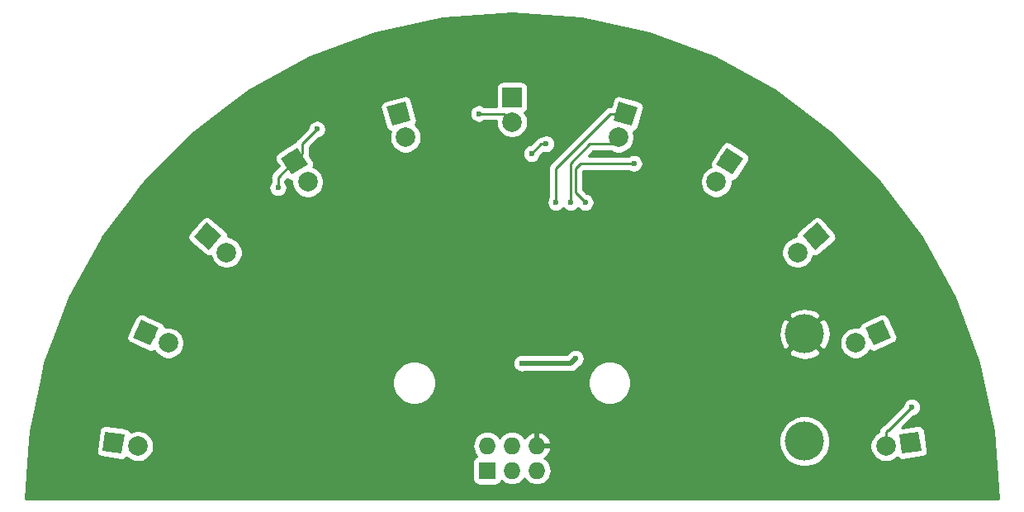
<source format=gbr>
G04 #@! TF.GenerationSoftware,KiCad,Pcbnew,5.0.0-rc2-dev-unknown*
G04 #@! TF.CreationDate,2018-06-18T21:32:58+02:00*
G04 #@! TF.ProjectId,thermometer-bausatz,746865726D6F6D657465722D62617573,rev?*
G04 #@! TF.SameCoordinates,PX3938700PY9896800*
G04 #@! TF.FileFunction,Copper,L1,Top,Signal*
G04 #@! TF.FilePolarity,Positive*
%FSLAX46Y46*%
G04 Gerber Fmt 4.6, Leading zero omitted, Abs format (unit mm)*
G04 Created by KiCad (PCBNEW 5.0.0-rc2-dev-unknown) date Mon Jun 18 21:32:58 2018*
%MOMM*%
%LPD*%
G01*
G04 APERTURE LIST*
%ADD10C,2.000000*%
%ADD11C,0.100000*%
%ADD12R,2.000000X2.000000*%
%ADD13C,4.000500*%
%ADD14R,1.727200X1.727200*%
%ADD15O,1.727200X1.727200*%
%ADD16C,0.600000*%
%ADD17C,0.500000*%
%ADD18C,0.250000*%
%ADD19C,0.254000*%
G04 APERTURE END LIST*
D10*
X9150000Y5870000D03*
D11*
G36*
X9997147Y4737595D02*
X8017595Y5022853D01*
X8302853Y7002405D01*
X10282405Y6717147D01*
X9997147Y4737595D01*
X9997147Y4737595D01*
G37*
D10*
X11664032Y5507723D03*
X18810000Y27030000D03*
D11*
G36*
X18908651Y25619231D02*
X17399231Y26931349D01*
X18711349Y28440769D01*
X20220769Y27128651D01*
X18908651Y25619231D01*
X18908651Y25619231D01*
G37*
D10*
X20726962Y25363610D03*
X27690000Y34720000D03*
D11*
G36*
X27388730Y33338249D02*
X26308249Y35021270D01*
X27991270Y36101751D01*
X29071751Y34418730D01*
X27388730Y33338249D01*
X27388730Y33338249D01*
G37*
D10*
X29062210Y32582563D03*
X38370000Y39600000D03*
D11*
G36*
X37690861Y38359528D02*
X37129528Y40279139D01*
X39049139Y40840472D01*
X39610472Y38920861D01*
X37690861Y38359528D01*
X37690861Y38359528D01*
G37*
D10*
X39082893Y37162096D03*
D12*
X50000000Y41270000D03*
D10*
X50000000Y38730000D03*
X61630000Y39600000D03*
D11*
G36*
X60388345Y38923027D02*
X60953027Y40841655D01*
X62871655Y40276973D01*
X62306973Y38358345D01*
X60388345Y38923027D01*
X60388345Y38923027D01*
G37*
D10*
X60912853Y37163343D03*
X72310000Y34720000D03*
D11*
G36*
X70927725Y34421142D02*
X72011142Y36102275D01*
X73692275Y35018858D01*
X72608858Y33337725D01*
X70927725Y34421142D01*
X70927725Y34421142D01*
G37*
D10*
X70934061Y32584961D03*
X81190000Y27030000D03*
D11*
G36*
X79779406Y27131113D02*
X81291113Y28440594D01*
X82600594Y26928887D01*
X81088887Y25619406D01*
X79779406Y27131113D01*
X79779406Y27131113D01*
G37*
D10*
X79270132Y25366958D03*
X87540000Y17140000D03*
D11*
G36*
X86215345Y17635268D02*
X88035268Y18464655D01*
X88864655Y16644732D01*
X87044732Y15815345D01*
X86215345Y17635268D01*
X86215345Y17635268D01*
G37*
D10*
X85228698Y16086679D03*
X90850000Y5870000D03*
D11*
G36*
X89719075Y6719122D02*
X91699122Y7000925D01*
X91980925Y5020878D01*
X90000878Y4739075D01*
X89719075Y6719122D01*
X89719075Y6719122D01*
G37*
D10*
X88335340Y5512111D03*
D13*
X80000000Y6000000D03*
X80000000Y17000000D03*
D14*
X47460000Y3000000D03*
D15*
X47460000Y5540000D03*
X50000000Y3000000D03*
X50000000Y5540000D03*
X52540000Y3000000D03*
X52540000Y5540000D03*
D10*
X12460000Y17140000D03*
D11*
G36*
X12952955Y15814483D02*
X11134483Y16647045D01*
X11967045Y18465517D01*
X13785517Y17632955D01*
X12952955Y15814483D01*
X12952955Y15814483D01*
G37*
D10*
X14769460Y16082647D03*
D16*
X47000000Y33500000D03*
X66000000Y27000000D03*
X51500000Y18500000D03*
X57000000Y21500000D03*
X96000000Y3500000D03*
X4000000Y4000000D03*
X50000000Y46000000D03*
X33000000Y33500000D03*
X70000000Y27000000D03*
X59500000Y33500000D03*
X55000000Y10000000D03*
X65500000Y21500000D03*
X51000000Y14000000D03*
X56500000Y14500000D03*
X20540000Y16460000D03*
X46000000Y27500000D03*
X52000000Y35500000D03*
X53500000Y36500000D03*
X46600000Y39600000D03*
X30000000Y38000000D03*
X26000000Y32000000D03*
X54500000Y30500000D03*
X91000000Y9500000D03*
X56000000Y30500000D03*
X62500000Y34500000D03*
X57500000Y30500000D03*
D17*
X56000000Y14000000D02*
X51000000Y14000000D01*
X56000000Y14000000D02*
X56500000Y14500000D01*
D18*
X53000000Y36500000D02*
X52000000Y35500000D01*
X53500000Y36500000D02*
X53000000Y36500000D01*
X46600000Y39600000D02*
X49130000Y39600000D01*
X49130000Y39600000D02*
X50000000Y38730000D01*
X28484429Y36484429D02*
X30000000Y38000000D01*
X27690000Y34720000D02*
X28484429Y35514429D01*
X28484429Y35514429D02*
X28484429Y36484429D01*
X26000000Y32000000D02*
X26000000Y33030000D01*
X26000000Y33030000D02*
X27690000Y34720000D01*
X60100000Y39600000D02*
X61630000Y39600000D01*
X54500000Y34000000D02*
X60100000Y39600000D01*
X54500000Y30500000D02*
X54500000Y34000000D01*
X88590984Y7090984D02*
X91000000Y9500000D01*
X88500000Y7090984D02*
X88590984Y7090984D01*
X88335340Y5512111D02*
X88335340Y6926324D01*
X88335340Y6926324D02*
X88500000Y7090984D01*
X60249510Y36500000D02*
X60912853Y37163343D01*
X58000000Y36500000D02*
X60249510Y36500000D01*
X56000000Y34500000D02*
X58000000Y36500000D01*
X56000000Y30500000D02*
X56000000Y34500000D01*
X57000000Y34500000D02*
X62500000Y34500000D01*
X56500000Y34000000D02*
X57000000Y34500000D01*
X56500000Y31500000D02*
X56500000Y34000000D01*
X57500000Y30500000D02*
X56500000Y31500000D01*
D19*
G36*
X57082144Y49373943D02*
X64064304Y47877766D01*
X70746994Y45384225D01*
X76930865Y41993070D01*
X82616448Y37703946D01*
X87703946Y32616448D01*
X91993070Y26930865D01*
X95384225Y20746994D01*
X97877766Y14064304D01*
X99373943Y7082144D01*
X99863742Y127000D01*
X136258Y127000D01*
X478645Y4988903D01*
X7380427Y4988903D01*
X7399293Y4865250D01*
X7441921Y4747654D01*
X7506671Y4640633D01*
X7591055Y4548301D01*
X7691832Y4474205D01*
X7805127Y4421194D01*
X7926587Y4391305D01*
X9906139Y4106047D01*
X10031097Y4100427D01*
X10154750Y4119293D01*
X10272346Y4161921D01*
X10379367Y4226671D01*
X10471699Y4311055D01*
X10504224Y4355292D01*
X10621780Y4237736D01*
X10889569Y4058805D01*
X11187120Y3935555D01*
X11502999Y3872723D01*
X11825065Y3872723D01*
X12140944Y3935555D01*
X12438495Y4058805D01*
X12706284Y4237736D01*
X12934019Y4465471D01*
X13112950Y4733260D01*
X13236200Y5030811D01*
X13299032Y5346690D01*
X13299032Y5540000D01*
X45954149Y5540000D01*
X45983084Y5246223D01*
X46068775Y4963736D01*
X46207931Y4703394D01*
X46395203Y4475203D01*
X46403265Y4468586D01*
X46352220Y4453102D01*
X46241906Y4394137D01*
X46145215Y4314785D01*
X46065863Y4218094D01*
X46006898Y4107780D01*
X45970588Y3988082D01*
X45958328Y3863600D01*
X45958328Y2136400D01*
X45970588Y2011918D01*
X46006898Y1892220D01*
X46065863Y1781906D01*
X46145215Y1685215D01*
X46241906Y1605863D01*
X46352220Y1546898D01*
X46471918Y1510588D01*
X46596400Y1498328D01*
X48323600Y1498328D01*
X48448082Y1510588D01*
X48567780Y1546898D01*
X48678094Y1605863D01*
X48774785Y1685215D01*
X48854137Y1781906D01*
X48913102Y1892220D01*
X48928586Y1943265D01*
X48935203Y1935203D01*
X49163394Y1747931D01*
X49423736Y1608775D01*
X49706223Y1523084D01*
X49926381Y1501400D01*
X50073619Y1501400D01*
X50293777Y1523084D01*
X50576264Y1608775D01*
X50836606Y1747931D01*
X51064797Y1935203D01*
X51252069Y2163394D01*
X51270000Y2196940D01*
X51287931Y2163394D01*
X51475203Y1935203D01*
X51703394Y1747931D01*
X51963736Y1608775D01*
X52246223Y1523084D01*
X52466381Y1501400D01*
X52613619Y1501400D01*
X52833777Y1523084D01*
X53116264Y1608775D01*
X53376606Y1747931D01*
X53604797Y1935203D01*
X53792069Y2163394D01*
X53931225Y2423736D01*
X54016916Y2706223D01*
X54045851Y3000000D01*
X54016916Y3293777D01*
X53931225Y3576264D01*
X53792069Y3836606D01*
X53604797Y4064797D01*
X53376606Y4252069D01*
X53336567Y4273470D01*
X53550293Y4433146D01*
X53746817Y4651512D01*
X53896964Y4904022D01*
X53994963Y5180973D01*
X53874464Y5413000D01*
X52667000Y5413000D01*
X52667000Y5393000D01*
X52413000Y5393000D01*
X52413000Y5413000D01*
X52393000Y5413000D01*
X52393000Y5667000D01*
X52413000Y5667000D01*
X52413000Y6873817D01*
X52667000Y6873817D01*
X52667000Y5667000D01*
X53874464Y5667000D01*
X53994963Y5899027D01*
X53896964Y6175978D01*
X53847272Y6259549D01*
X77364750Y6259549D01*
X77364750Y5740451D01*
X77466021Y5231326D01*
X77664672Y4751741D01*
X77953068Y4320126D01*
X78320126Y3953068D01*
X78751741Y3664672D01*
X79231326Y3466021D01*
X79740451Y3364750D01*
X80259549Y3364750D01*
X80768674Y3466021D01*
X81248259Y3664672D01*
X81679874Y3953068D01*
X82046932Y4320126D01*
X82335328Y4751741D01*
X82533979Y5231326D01*
X82621861Y5673144D01*
X86700340Y5673144D01*
X86700340Y5351078D01*
X86763172Y5035199D01*
X86886422Y4737648D01*
X87065353Y4469859D01*
X87293088Y4242124D01*
X87560877Y4063193D01*
X87858428Y3939943D01*
X88174307Y3877111D01*
X88496373Y3877111D01*
X88812252Y3939943D01*
X89109803Y4063193D01*
X89377592Y4242124D01*
X89493131Y4357663D01*
X89525582Y4313364D01*
X89617767Y4228819D01*
X89724674Y4163882D01*
X89842196Y4121049D01*
X89965816Y4101967D01*
X90090783Y4107369D01*
X92070830Y4389172D01*
X92192343Y4418849D01*
X92305730Y4471663D01*
X92406636Y4545582D01*
X92491181Y4637767D01*
X92556118Y4744674D01*
X92598951Y4862196D01*
X92618033Y4985816D01*
X92612631Y5110783D01*
X92330828Y7090830D01*
X92301151Y7212343D01*
X92248337Y7325730D01*
X92174418Y7426636D01*
X92082233Y7511181D01*
X91975326Y7576118D01*
X91857804Y7618951D01*
X91734184Y7638033D01*
X91609217Y7632631D01*
X89974823Y7400022D01*
X91151649Y8576847D01*
X91272729Y8600932D01*
X91442889Y8671414D01*
X91596028Y8773738D01*
X91726262Y8903972D01*
X91828586Y9057111D01*
X91899068Y9227271D01*
X91935000Y9407911D01*
X91935000Y9592089D01*
X91899068Y9772729D01*
X91828586Y9942889D01*
X91726262Y10096028D01*
X91596028Y10226262D01*
X91442889Y10328586D01*
X91272729Y10399068D01*
X91092089Y10435000D01*
X90907911Y10435000D01*
X90727271Y10399068D01*
X90557111Y10328586D01*
X90403972Y10226262D01*
X90273738Y10096028D01*
X90171414Y9942889D01*
X90100932Y9772729D01*
X90076847Y9651649D01*
X88227814Y7802615D01*
X88207753Y7796530D01*
X88075724Y7725958D01*
X87959999Y7630985D01*
X87936200Y7601986D01*
X87824337Y7490122D01*
X87795340Y7466325D01*
X87771542Y7437327D01*
X87771541Y7437326D01*
X87700366Y7350600D01*
X87629794Y7218570D01*
X87608118Y7147111D01*
X87591830Y7093413D01*
X87586338Y7075309D01*
X87575686Y6967163D01*
X87560877Y6961029D01*
X87293088Y6782098D01*
X87065353Y6554363D01*
X86886422Y6286574D01*
X86763172Y5989023D01*
X86700340Y5673144D01*
X82621861Y5673144D01*
X82635250Y5740451D01*
X82635250Y6259549D01*
X82533979Y6768674D01*
X82335328Y7248259D01*
X82046932Y7679874D01*
X81679874Y8046932D01*
X81248259Y8335328D01*
X80768674Y8533979D01*
X80259549Y8635250D01*
X79740451Y8635250D01*
X79231326Y8533979D01*
X78751741Y8335328D01*
X78320126Y8046932D01*
X77953068Y7679874D01*
X77664672Y7248259D01*
X77466021Y6768674D01*
X77364750Y6259549D01*
X53847272Y6259549D01*
X53746817Y6428488D01*
X53550293Y6646854D01*
X53314944Y6822684D01*
X53049814Y6949222D01*
X52899026Y6994958D01*
X52667000Y6873817D01*
X52413000Y6873817D01*
X52180974Y6994958D01*
X52030186Y6949222D01*
X51765056Y6822684D01*
X51529707Y6646854D01*
X51333183Y6428488D01*
X51275863Y6332090D01*
X51252069Y6376606D01*
X51064797Y6604797D01*
X50836606Y6792069D01*
X50576264Y6931225D01*
X50293777Y7016916D01*
X50073619Y7038600D01*
X49926381Y7038600D01*
X49706223Y7016916D01*
X49423736Y6931225D01*
X49163394Y6792069D01*
X48935203Y6604797D01*
X48747931Y6376606D01*
X48730000Y6343060D01*
X48712069Y6376606D01*
X48524797Y6604797D01*
X48296606Y6792069D01*
X48036264Y6931225D01*
X47753777Y7016916D01*
X47533619Y7038600D01*
X47386381Y7038600D01*
X47166223Y7016916D01*
X46883736Y6931225D01*
X46623394Y6792069D01*
X46395203Y6604797D01*
X46207931Y6376606D01*
X46068775Y6116264D01*
X45983084Y5833777D01*
X45954149Y5540000D01*
X13299032Y5540000D01*
X13299032Y5668756D01*
X13236200Y5984635D01*
X13112950Y6282186D01*
X12934019Y6549975D01*
X12706284Y6777710D01*
X12438495Y6956641D01*
X12140944Y7079891D01*
X11825065Y7142723D01*
X11502999Y7142723D01*
X11187120Y7079891D01*
X10889569Y6956641D01*
X10874638Y6946665D01*
X10858079Y6992346D01*
X10793329Y7099367D01*
X10708945Y7191699D01*
X10608168Y7265795D01*
X10494873Y7318806D01*
X10373413Y7348695D01*
X8393861Y7633953D01*
X8268903Y7639573D01*
X8145250Y7620707D01*
X8027654Y7578079D01*
X7920633Y7513329D01*
X7828301Y7428945D01*
X7754205Y7328168D01*
X7701194Y7214873D01*
X7671305Y7093413D01*
X7386047Y5113861D01*
X7380427Y4988903D01*
X478645Y4988903D01*
X626057Y7082144D01*
X1727053Y12220128D01*
X37765000Y12220128D01*
X37765000Y11779872D01*
X37850890Y11348075D01*
X38019369Y10941331D01*
X38263962Y10575271D01*
X38575271Y10263962D01*
X38941331Y10019369D01*
X39348075Y9850890D01*
X39779872Y9765000D01*
X40220128Y9765000D01*
X40651925Y9850890D01*
X41058669Y10019369D01*
X41424729Y10263962D01*
X41736038Y10575271D01*
X41980631Y10941331D01*
X42149110Y11348075D01*
X42235000Y11779872D01*
X42235000Y12220128D01*
X57765000Y12220128D01*
X57765000Y11779872D01*
X57850890Y11348075D01*
X58019369Y10941331D01*
X58263962Y10575271D01*
X58575271Y10263962D01*
X58941331Y10019369D01*
X59348075Y9850890D01*
X59779872Y9765000D01*
X60220128Y9765000D01*
X60651925Y9850890D01*
X61058669Y10019369D01*
X61424729Y10263962D01*
X61736038Y10575271D01*
X61980631Y10941331D01*
X62149110Y11348075D01*
X62235000Y11779872D01*
X62235000Y12220128D01*
X62149110Y12651925D01*
X61980631Y13058669D01*
X61736038Y13424729D01*
X61424729Y13736038D01*
X61058669Y13980631D01*
X60651925Y14149110D01*
X60220128Y14235000D01*
X59779872Y14235000D01*
X59348075Y14149110D01*
X58941331Y13980631D01*
X58575271Y13736038D01*
X58263962Y13424729D01*
X58019369Y13058669D01*
X57850890Y12651925D01*
X57765000Y12220128D01*
X42235000Y12220128D01*
X42149110Y12651925D01*
X41980631Y13058669D01*
X41736038Y13424729D01*
X41424729Y13736038D01*
X41058669Y13980631D01*
X40789586Y14092089D01*
X50065000Y14092089D01*
X50065000Y13907911D01*
X50100932Y13727271D01*
X50171414Y13557111D01*
X50273738Y13403972D01*
X50403972Y13273738D01*
X50557111Y13171414D01*
X50727271Y13100932D01*
X50907911Y13065000D01*
X51092089Y13065000D01*
X51272729Y13100932D01*
X51306692Y13115000D01*
X55956531Y13115000D01*
X56000000Y13110719D01*
X56043469Y13115000D01*
X56043477Y13115000D01*
X56173490Y13127805D01*
X56340313Y13178411D01*
X56494059Y13260589D01*
X56628817Y13371183D01*
X56656534Y13404956D01*
X56908923Y13657345D01*
X56942889Y13671414D01*
X57096028Y13773738D01*
X57226262Y13903972D01*
X57328586Y14057111D01*
X57399068Y14227271D01*
X57435000Y14407911D01*
X57435000Y14592089D01*
X57399068Y14772729D01*
X57328586Y14942889D01*
X57226262Y15096028D01*
X57169966Y15152324D01*
X78331929Y15152324D01*
X78548080Y14785539D01*
X79007998Y14544833D01*
X79506039Y14398478D01*
X80023062Y14352099D01*
X80539199Y14407476D01*
X81034614Y14562483D01*
X81451920Y14785539D01*
X81668071Y15152324D01*
X80000000Y16820395D01*
X78331929Y15152324D01*
X57169966Y15152324D01*
X57096028Y15226262D01*
X56942889Y15328586D01*
X56772729Y15399068D01*
X56592089Y15435000D01*
X56407911Y15435000D01*
X56227271Y15399068D01*
X56057111Y15328586D01*
X55903972Y15226262D01*
X55773738Y15096028D01*
X55671414Y14942889D01*
X55657345Y14908923D01*
X55633422Y14885000D01*
X51306692Y14885000D01*
X51272729Y14899068D01*
X51092089Y14935000D01*
X50907911Y14935000D01*
X50727271Y14899068D01*
X50557111Y14828586D01*
X50403972Y14726262D01*
X50273738Y14596028D01*
X50171414Y14442889D01*
X50100932Y14272729D01*
X50065000Y14092089D01*
X40789586Y14092089D01*
X40651925Y14149110D01*
X40220128Y14235000D01*
X39779872Y14235000D01*
X39348075Y14149110D01*
X38941331Y13980631D01*
X38575271Y13736038D01*
X38263962Y13424729D01*
X38019369Y13058669D01*
X37850890Y12651925D01*
X37765000Y12220128D01*
X1727053Y12220128D01*
X2122234Y14064304D01*
X3094667Y16670426D01*
X10496840Y16670426D01*
X10504530Y16545579D01*
X10536430Y16424631D01*
X10591312Y16312230D01*
X10667068Y16212696D01*
X10760786Y16129854D01*
X10868866Y16066887D01*
X12687338Y15234325D01*
X12805625Y15193653D01*
X12929574Y15176840D01*
X13054421Y15184530D01*
X13175369Y15216430D01*
X13287770Y15271312D01*
X13325826Y15300276D01*
X13499473Y15040395D01*
X13727208Y14812660D01*
X13994997Y14633729D01*
X14292548Y14510479D01*
X14608427Y14447647D01*
X14930493Y14447647D01*
X15246372Y14510479D01*
X15543923Y14633729D01*
X15811712Y14812660D01*
X16039447Y15040395D01*
X16218378Y15308184D01*
X16341628Y15605735D01*
X16404460Y15921614D01*
X16404460Y16243680D01*
X16341628Y16559559D01*
X16218378Y16857110D01*
X16138312Y16976938D01*
X77352099Y16976938D01*
X77407476Y16460801D01*
X77562483Y15965386D01*
X77785539Y15548080D01*
X78152324Y15331929D01*
X79820395Y17000000D01*
X80179605Y17000000D01*
X81847676Y15331929D01*
X82214461Y15548080D01*
X82455167Y16007998D01*
X82525609Y16247712D01*
X83593698Y16247712D01*
X83593698Y15925646D01*
X83656530Y15609767D01*
X83779780Y15312216D01*
X83958711Y15044427D01*
X84186446Y14816692D01*
X84454235Y14637761D01*
X84751786Y14514511D01*
X85067665Y14451679D01*
X85389731Y14451679D01*
X85705610Y14514511D01*
X86003161Y14637761D01*
X86270950Y14816692D01*
X86498685Y15044427D01*
X86670756Y15301949D01*
X86708970Y15272759D01*
X86821275Y15217681D01*
X86942167Y15185570D01*
X87067000Y15177662D01*
X87190978Y15194259D01*
X87309336Y15234724D01*
X89129259Y16064111D01*
X89237448Y16126889D01*
X89331311Y16209568D01*
X89407241Y16308970D01*
X89462319Y16421275D01*
X89494430Y16542167D01*
X89502338Y16667000D01*
X89485741Y16790978D01*
X89445276Y16909336D01*
X88615889Y18729259D01*
X88553111Y18837448D01*
X88470432Y18931311D01*
X88371030Y19007241D01*
X88258725Y19062319D01*
X88137833Y19094430D01*
X88013000Y19102338D01*
X87889022Y19085741D01*
X87770664Y19045276D01*
X85950741Y18215889D01*
X85842552Y18153111D01*
X85748689Y18070432D01*
X85672759Y17971030D01*
X85617681Y17858725D01*
X85585570Y17737833D01*
X85582122Y17683410D01*
X85389731Y17721679D01*
X85067665Y17721679D01*
X84751786Y17658847D01*
X84454235Y17535597D01*
X84186446Y17356666D01*
X83958711Y17128931D01*
X83779780Y16861142D01*
X83656530Y16563591D01*
X83593698Y16247712D01*
X82525609Y16247712D01*
X82601522Y16506039D01*
X82647901Y17023062D01*
X82592524Y17539199D01*
X82437517Y18034614D01*
X82214461Y18451920D01*
X81847676Y18668071D01*
X80179605Y17000000D01*
X79820395Y17000000D01*
X78152324Y18668071D01*
X77785539Y18451920D01*
X77544833Y17992002D01*
X77398478Y17493961D01*
X77352099Y16976938D01*
X16138312Y16976938D01*
X16039447Y17124899D01*
X15811712Y17352634D01*
X15543923Y17531565D01*
X15246372Y17654815D01*
X14930493Y17717647D01*
X14608427Y17717647D01*
X14418826Y17679933D01*
X14415470Y17734421D01*
X14383570Y17855369D01*
X14328688Y17967770D01*
X14252932Y18067304D01*
X14159214Y18150146D01*
X14051134Y18213113D01*
X12665130Y18847676D01*
X78331929Y18847676D01*
X80000000Y17179605D01*
X81668071Y18847676D01*
X81451920Y19214461D01*
X80992002Y19455167D01*
X80493961Y19601522D01*
X79976938Y19647901D01*
X79460801Y19592524D01*
X78965386Y19437517D01*
X78548080Y19214461D01*
X78331929Y18847676D01*
X12665130Y18847676D01*
X12232662Y19045675D01*
X12114375Y19086347D01*
X11990426Y19103160D01*
X11865579Y19095470D01*
X11744631Y19063570D01*
X11632230Y19008688D01*
X11532696Y18932932D01*
X11449854Y18839214D01*
X11386887Y18731134D01*
X10554325Y16912662D01*
X10513653Y16794375D01*
X10496840Y16670426D01*
X3094667Y16670426D01*
X4615775Y20746994D01*
X7982786Y26886839D01*
X16762713Y26886839D01*
X16783627Y26763516D01*
X16828199Y26646642D01*
X16894714Y26540710D01*
X16980618Y26449790D01*
X18490038Y25137672D01*
X18592029Y25065258D01*
X18706188Y25014132D01*
X18828127Y24986260D01*
X18953161Y24982713D01*
X19076484Y25003627D01*
X19127654Y25023142D01*
X19154794Y24886698D01*
X19278044Y24589147D01*
X19456975Y24321358D01*
X19684710Y24093623D01*
X19952499Y23914692D01*
X20250050Y23791442D01*
X20565929Y23728610D01*
X20887995Y23728610D01*
X21203874Y23791442D01*
X21501425Y23914692D01*
X21769214Y24093623D01*
X21996949Y24321358D01*
X22175880Y24589147D01*
X22299130Y24886698D01*
X22361962Y25202577D01*
X22361962Y25524643D01*
X22361297Y25527991D01*
X77635132Y25527991D01*
X77635132Y25205925D01*
X77697964Y24890046D01*
X77821214Y24592495D01*
X78000145Y24324706D01*
X78227880Y24096971D01*
X78495669Y23918040D01*
X78793220Y23794790D01*
X79109099Y23731958D01*
X79431165Y23731958D01*
X79747044Y23794790D01*
X80044595Y23918040D01*
X80312384Y24096971D01*
X80540119Y24324706D01*
X80719050Y24592495D01*
X80842300Y24890046D01*
X80868882Y25023685D01*
X80919980Y25004096D01*
X81043266Y24982967D01*
X81168306Y24986296D01*
X81290294Y25013955D01*
X81404541Y25064881D01*
X81506659Y25137117D01*
X83018366Y26446598D01*
X83104428Y26537368D01*
X83171129Y26643184D01*
X83215904Y26759980D01*
X83237033Y26883266D01*
X83233704Y27008306D01*
X83206045Y27130294D01*
X83155119Y27244541D01*
X83082883Y27346659D01*
X81773402Y28858366D01*
X81682632Y28944428D01*
X81576816Y29011129D01*
X81460020Y29055904D01*
X81336734Y29077033D01*
X81211694Y29073704D01*
X81089706Y29046045D01*
X80975459Y28995119D01*
X80873341Y28922883D01*
X79361634Y27613402D01*
X79275572Y27522632D01*
X79208871Y27416816D01*
X79164096Y27300020D01*
X79142967Y27176734D01*
X79146296Y27051694D01*
X79157573Y27001958D01*
X79109099Y27001958D01*
X78793220Y26939126D01*
X78495669Y26815876D01*
X78227880Y26636945D01*
X78000145Y26409210D01*
X77821214Y26141421D01*
X77697964Y25843870D01*
X77635132Y25527991D01*
X22361297Y25527991D01*
X22299130Y25840522D01*
X22175880Y26138073D01*
X21996949Y26405862D01*
X21769214Y26633597D01*
X21501425Y26812528D01*
X21203874Y26935778D01*
X20887995Y26998610D01*
X20842422Y26998610D01*
X20853740Y27048127D01*
X20857287Y27173161D01*
X20836373Y27296484D01*
X20791801Y27413358D01*
X20725286Y27519290D01*
X20639382Y27610210D01*
X19129962Y28922328D01*
X19027971Y28994742D01*
X18913812Y29045868D01*
X18791873Y29073740D01*
X18666839Y29077287D01*
X18543516Y29056373D01*
X18426642Y29011801D01*
X18320710Y28945286D01*
X18229790Y28859382D01*
X16917672Y27349962D01*
X16845258Y27247971D01*
X16794132Y27133812D01*
X16766260Y27011873D01*
X16762713Y26886839D01*
X7982786Y26886839D01*
X8006930Y26930865D01*
X10768905Y30592089D01*
X53565000Y30592089D01*
X53565000Y30407911D01*
X53600932Y30227271D01*
X53671414Y30057111D01*
X53773738Y29903972D01*
X53903972Y29773738D01*
X54057111Y29671414D01*
X54227271Y29600932D01*
X54407911Y29565000D01*
X54592089Y29565000D01*
X54772729Y29600932D01*
X54942889Y29671414D01*
X55096028Y29773738D01*
X55226262Y29903972D01*
X55250000Y29939498D01*
X55273738Y29903972D01*
X55403972Y29773738D01*
X55557111Y29671414D01*
X55727271Y29600932D01*
X55907911Y29565000D01*
X56092089Y29565000D01*
X56272729Y29600932D01*
X56442889Y29671414D01*
X56596028Y29773738D01*
X56726262Y29903972D01*
X56750000Y29939498D01*
X56773738Y29903972D01*
X56903972Y29773738D01*
X57057111Y29671414D01*
X57227271Y29600932D01*
X57407911Y29565000D01*
X57592089Y29565000D01*
X57772729Y29600932D01*
X57942889Y29671414D01*
X58096028Y29773738D01*
X58226262Y29903972D01*
X58328586Y30057111D01*
X58399068Y30227271D01*
X58435000Y30407911D01*
X58435000Y30592089D01*
X58399068Y30772729D01*
X58328586Y30942889D01*
X58226262Y31096028D01*
X58096028Y31226262D01*
X57942889Y31328586D01*
X57772729Y31399068D01*
X57651649Y31423153D01*
X57260000Y31814801D01*
X57260000Y32745994D01*
X69299061Y32745994D01*
X69299061Y32423928D01*
X69361893Y32108049D01*
X69485143Y31810498D01*
X69664074Y31542709D01*
X69891809Y31314974D01*
X70159598Y31136043D01*
X70457149Y31012793D01*
X70773028Y30949961D01*
X71095094Y30949961D01*
X71410973Y31012793D01*
X71708524Y31136043D01*
X71976313Y31314974D01*
X72204048Y31542709D01*
X72382979Y31810498D01*
X72506229Y32108049D01*
X72569061Y32423928D01*
X72569061Y32703861D01*
X72619437Y32699741D01*
X72743698Y32714063D01*
X72862778Y32752353D01*
X72972099Y32813138D01*
X73067461Y32894082D01*
X73145200Y32992076D01*
X74228617Y34673209D01*
X74285744Y34784486D01*
X74320064Y34904769D01*
X74330259Y35029437D01*
X74315937Y35153698D01*
X74277647Y35272778D01*
X74216862Y35382099D01*
X74135918Y35477461D01*
X74037924Y35555200D01*
X72356791Y36638617D01*
X72245514Y36695744D01*
X72125231Y36730064D01*
X72000563Y36740259D01*
X71876302Y36725937D01*
X71757222Y36687647D01*
X71647901Y36626862D01*
X71552539Y36545918D01*
X71474800Y36447924D01*
X70391383Y34766791D01*
X70334256Y34655514D01*
X70299936Y34535231D01*
X70289741Y34410563D01*
X70304063Y34286302D01*
X70342353Y34167222D01*
X70368404Y34120370D01*
X70159598Y34033879D01*
X69891809Y33854948D01*
X69664074Y33627213D01*
X69485143Y33359424D01*
X69361893Y33061873D01*
X69299061Y32745994D01*
X57260000Y32745994D01*
X57260000Y33685199D01*
X57314801Y33740000D01*
X61954465Y33740000D01*
X62057111Y33671414D01*
X62227271Y33600932D01*
X62407911Y33565000D01*
X62592089Y33565000D01*
X62772729Y33600932D01*
X62942889Y33671414D01*
X63096028Y33773738D01*
X63226262Y33903972D01*
X63328586Y34057111D01*
X63399068Y34227271D01*
X63435000Y34407911D01*
X63435000Y34592089D01*
X63399068Y34772729D01*
X63328586Y34942889D01*
X63226262Y35096028D01*
X63096028Y35226262D01*
X62942889Y35328586D01*
X62772729Y35399068D01*
X62592089Y35435000D01*
X62407911Y35435000D01*
X62227271Y35399068D01*
X62057111Y35328586D01*
X61954465Y35260000D01*
X57834802Y35260000D01*
X58314802Y35740000D01*
X60100114Y35740000D01*
X60138390Y35714425D01*
X60435941Y35591175D01*
X60751820Y35528343D01*
X61073886Y35528343D01*
X61389765Y35591175D01*
X61687316Y35714425D01*
X61955105Y35893356D01*
X62182840Y36121091D01*
X62361771Y36388880D01*
X62485021Y36686431D01*
X62547853Y37002310D01*
X62547853Y37324376D01*
X62485021Y37640255D01*
X62444395Y37738335D01*
X62497251Y37749305D01*
X62612413Y37798129D01*
X62715837Y37868482D01*
X62803548Y37957660D01*
X62872177Y38062236D01*
X62919084Y38178191D01*
X63483766Y40096819D01*
X63507151Y40219698D01*
X63506114Y40344777D01*
X63480695Y40467251D01*
X63431871Y40582413D01*
X63361518Y40685837D01*
X63272340Y40773548D01*
X63167764Y40842177D01*
X63051809Y40889084D01*
X61133181Y41453766D01*
X61010302Y41477151D01*
X60885223Y41476114D01*
X60762749Y41450695D01*
X60647587Y41401871D01*
X60544163Y41331518D01*
X60456452Y41242340D01*
X60387823Y41137764D01*
X60340916Y41021809D01*
X60146135Y40360000D01*
X60137323Y40360000D01*
X60100000Y40363676D01*
X60062677Y40360000D01*
X60062667Y40360000D01*
X59951014Y40349003D01*
X59807753Y40305546D01*
X59675723Y40234974D01*
X59592083Y40166332D01*
X59559999Y40140001D01*
X59536201Y40111003D01*
X53988998Y34563799D01*
X53960000Y34540001D01*
X53936202Y34511003D01*
X53936201Y34511002D01*
X53865026Y34424276D01*
X53794454Y34292246D01*
X53771800Y34217563D01*
X53755489Y34163789D01*
X53750998Y34148985D01*
X53736324Y34000000D01*
X53740001Y33962668D01*
X53740000Y31045536D01*
X53671414Y30942889D01*
X53600932Y30772729D01*
X53565000Y30592089D01*
X10768905Y30592089D01*
X11900484Y32092089D01*
X25065000Y32092089D01*
X25065000Y31907911D01*
X25100932Y31727271D01*
X25171414Y31557111D01*
X25273738Y31403972D01*
X25403972Y31273738D01*
X25557111Y31171414D01*
X25727271Y31100932D01*
X25907911Y31065000D01*
X26092089Y31065000D01*
X26272729Y31100932D01*
X26442889Y31171414D01*
X26596028Y31273738D01*
X26726262Y31403972D01*
X26828586Y31557111D01*
X26899068Y31727271D01*
X26935000Y31907911D01*
X26935000Y32092089D01*
X26899068Y32272729D01*
X26828586Y32442889D01*
X26760000Y32545535D01*
X26760000Y32715199D01*
X26935215Y32890414D01*
X27024574Y32814297D01*
X27133789Y32753321D01*
X27252801Y32714824D01*
X27377038Y32700284D01*
X27427210Y32704299D01*
X27427210Y32421530D01*
X27490042Y32105651D01*
X27613292Y31808100D01*
X27792223Y31540311D01*
X28019958Y31312576D01*
X28287747Y31133645D01*
X28585298Y31010395D01*
X28901177Y30947563D01*
X29223243Y30947563D01*
X29539122Y31010395D01*
X29836673Y31133645D01*
X30104462Y31312576D01*
X30332197Y31540311D01*
X30511128Y31808100D01*
X30634378Y32105651D01*
X30697210Y32421530D01*
X30697210Y32743596D01*
X30634378Y33059475D01*
X30511128Y33357026D01*
X30332197Y33624815D01*
X30104462Y33852550D01*
X29836673Y34031481D01*
X29630492Y34116884D01*
X29656679Y34163789D01*
X29695176Y34282801D01*
X29709716Y34407038D01*
X29699739Y34531723D01*
X29665628Y34652066D01*
X29608695Y34763442D01*
X29229833Y35353579D01*
X29233432Y35365443D01*
X29244429Y35477096D01*
X29244429Y35477105D01*
X29248105Y35514428D01*
X29244429Y35551751D01*
X29244429Y36169628D01*
X30151649Y37076847D01*
X30272729Y37100932D01*
X30442889Y37171414D01*
X30596028Y37273738D01*
X30726262Y37403972D01*
X30828586Y37557111D01*
X30899068Y37727271D01*
X30935000Y37907911D01*
X30935000Y38092089D01*
X30899068Y38272729D01*
X30828586Y38442889D01*
X30726262Y38596028D01*
X30596028Y38726262D01*
X30442889Y38828586D01*
X30272729Y38899068D01*
X30092089Y38935000D01*
X29907911Y38935000D01*
X29727271Y38899068D01*
X29557111Y38828586D01*
X29403972Y38726262D01*
X29273738Y38596028D01*
X29171414Y38442889D01*
X29100932Y38272729D01*
X29076847Y38151649D01*
X27973427Y37048228D01*
X27944429Y37024430D01*
X27920631Y36995432D01*
X27920630Y36995431D01*
X27849455Y36908705D01*
X27778883Y36776675D01*
X27763262Y36725176D01*
X27753632Y36693429D01*
X27646558Y36638695D01*
X25963537Y35558214D01*
X25865408Y35480647D01*
X25784297Y35385426D01*
X25723321Y35276211D01*
X25684824Y35157199D01*
X25670284Y35032962D01*
X25680261Y34908277D01*
X25714372Y34787934D01*
X25771305Y34676558D01*
X26084268Y34189069D01*
X25488998Y33593799D01*
X25460000Y33570001D01*
X25436202Y33541003D01*
X25436201Y33541002D01*
X25365026Y33454276D01*
X25294454Y33322246D01*
X25250998Y33178985D01*
X25236324Y33030000D01*
X25240001Y32992668D01*
X25240001Y32545536D01*
X25171414Y32442889D01*
X25100932Y32272729D01*
X25065000Y32092089D01*
X11900484Y32092089D01*
X12296054Y32616448D01*
X17383552Y37703946D01*
X20722727Y40222973D01*
X36493933Y40222973D01*
X36517103Y40100054D01*
X37078436Y38180443D01*
X37125141Y38064405D01*
X37193587Y37959710D01*
X37281143Y37870379D01*
X37384444Y37799846D01*
X37499520Y37750821D01*
X37552449Y37739739D01*
X37510725Y37639008D01*
X37447893Y37323129D01*
X37447893Y37001063D01*
X37510725Y36685184D01*
X37633975Y36387633D01*
X37812906Y36119844D01*
X38040641Y35892109D01*
X38308430Y35713178D01*
X38605981Y35589928D01*
X38921860Y35527096D01*
X39243926Y35527096D01*
X39559805Y35589928D01*
X39565022Y35592089D01*
X51065000Y35592089D01*
X51065000Y35407911D01*
X51100932Y35227271D01*
X51171414Y35057111D01*
X51273738Y34903972D01*
X51403972Y34773738D01*
X51557111Y34671414D01*
X51727271Y34600932D01*
X51907911Y34565000D01*
X52092089Y34565000D01*
X52272729Y34600932D01*
X52442889Y34671414D01*
X52596028Y34773738D01*
X52726262Y34903972D01*
X52828586Y35057111D01*
X52899068Y35227271D01*
X52923153Y35348351D01*
X53190828Y35616027D01*
X53227271Y35600932D01*
X53407911Y35565000D01*
X53592089Y35565000D01*
X53772729Y35600932D01*
X53942889Y35671414D01*
X54096028Y35773738D01*
X54226262Y35903972D01*
X54328586Y36057111D01*
X54399068Y36227271D01*
X54435000Y36407911D01*
X54435000Y36592089D01*
X54399068Y36772729D01*
X54328586Y36942889D01*
X54226262Y37096028D01*
X54096028Y37226262D01*
X53942889Y37328586D01*
X53772729Y37399068D01*
X53592089Y37435000D01*
X53407911Y37435000D01*
X53227271Y37399068D01*
X53057111Y37328586D01*
X52953046Y37259052D01*
X52851014Y37249003D01*
X52707753Y37205546D01*
X52575724Y37134974D01*
X52459999Y37040001D01*
X52436201Y37011003D01*
X51848351Y36423153D01*
X51727271Y36399068D01*
X51557111Y36328586D01*
X51403972Y36226262D01*
X51273738Y36096028D01*
X51171414Y35942889D01*
X51100932Y35772729D01*
X51065000Y35592089D01*
X39565022Y35592089D01*
X39857356Y35713178D01*
X40125145Y35892109D01*
X40352880Y36119844D01*
X40531811Y36387633D01*
X40655061Y36685184D01*
X40717893Y37001063D01*
X40717893Y37323129D01*
X40655061Y37639008D01*
X40531811Y37936559D01*
X40352880Y38204348D01*
X40125145Y38432083D01*
X40062003Y38474273D01*
X40099621Y38511143D01*
X40170154Y38614444D01*
X40219179Y38729520D01*
X40244812Y38851949D01*
X40246067Y38977027D01*
X40222897Y39099946D01*
X40049743Y39692089D01*
X45665000Y39692089D01*
X45665000Y39507911D01*
X45700932Y39327271D01*
X45771414Y39157111D01*
X45873738Y39003972D01*
X46003972Y38873738D01*
X46157111Y38771414D01*
X46327271Y38700932D01*
X46507911Y38665000D01*
X46692089Y38665000D01*
X46872729Y38700932D01*
X47042889Y38771414D01*
X47145535Y38840000D01*
X48365000Y38840000D01*
X48365000Y38568967D01*
X48427832Y38253088D01*
X48551082Y37955537D01*
X48730013Y37687748D01*
X48957748Y37460013D01*
X49225537Y37281082D01*
X49523088Y37157832D01*
X49838967Y37095000D01*
X50161033Y37095000D01*
X50476912Y37157832D01*
X50774463Y37281082D01*
X51042252Y37460013D01*
X51269987Y37687748D01*
X51448918Y37955537D01*
X51572168Y38253088D01*
X51635000Y38568967D01*
X51635000Y38891033D01*
X51572168Y39206912D01*
X51448918Y39504463D01*
X51308370Y39714809D01*
X51354494Y39739463D01*
X51451185Y39818815D01*
X51530537Y39915506D01*
X51589502Y40025820D01*
X51625812Y40145518D01*
X51638072Y40270000D01*
X51638072Y42270000D01*
X51625812Y42394482D01*
X51589502Y42514180D01*
X51530537Y42624494D01*
X51451185Y42721185D01*
X51354494Y42800537D01*
X51244180Y42859502D01*
X51124482Y42895812D01*
X51000000Y42908072D01*
X49000000Y42908072D01*
X48875518Y42895812D01*
X48755820Y42859502D01*
X48645506Y42800537D01*
X48548815Y42721185D01*
X48469463Y42624494D01*
X48410498Y42514180D01*
X48374188Y42394482D01*
X48361928Y42270000D01*
X48361928Y40360000D01*
X47145535Y40360000D01*
X47042889Y40428586D01*
X46872729Y40499068D01*
X46692089Y40535000D01*
X46507911Y40535000D01*
X46327271Y40499068D01*
X46157111Y40428586D01*
X46003972Y40326262D01*
X45873738Y40196028D01*
X45771414Y40042889D01*
X45700932Y39872729D01*
X45665000Y39692089D01*
X40049743Y39692089D01*
X39661564Y41019557D01*
X39614859Y41135595D01*
X39546413Y41240290D01*
X39458857Y41329621D01*
X39355556Y41400154D01*
X39240480Y41449179D01*
X39118051Y41474812D01*
X38992973Y41476067D01*
X38870054Y41452897D01*
X36950443Y40891564D01*
X36834405Y40844859D01*
X36729710Y40776413D01*
X36640379Y40688857D01*
X36569846Y40585556D01*
X36520821Y40470480D01*
X36495188Y40348051D01*
X36493933Y40222973D01*
X20722727Y40222973D01*
X23069135Y41993070D01*
X29253006Y45384225D01*
X35935696Y47877766D01*
X42917856Y49373943D01*
X50000000Y49872686D01*
X57082144Y49373943D01*
X57082144Y49373943D01*
G37*
X57082144Y49373943D02*
X64064304Y47877766D01*
X70746994Y45384225D01*
X76930865Y41993070D01*
X82616448Y37703946D01*
X87703946Y32616448D01*
X91993070Y26930865D01*
X95384225Y20746994D01*
X97877766Y14064304D01*
X99373943Y7082144D01*
X99863742Y127000D01*
X136258Y127000D01*
X478645Y4988903D01*
X7380427Y4988903D01*
X7399293Y4865250D01*
X7441921Y4747654D01*
X7506671Y4640633D01*
X7591055Y4548301D01*
X7691832Y4474205D01*
X7805127Y4421194D01*
X7926587Y4391305D01*
X9906139Y4106047D01*
X10031097Y4100427D01*
X10154750Y4119293D01*
X10272346Y4161921D01*
X10379367Y4226671D01*
X10471699Y4311055D01*
X10504224Y4355292D01*
X10621780Y4237736D01*
X10889569Y4058805D01*
X11187120Y3935555D01*
X11502999Y3872723D01*
X11825065Y3872723D01*
X12140944Y3935555D01*
X12438495Y4058805D01*
X12706284Y4237736D01*
X12934019Y4465471D01*
X13112950Y4733260D01*
X13236200Y5030811D01*
X13299032Y5346690D01*
X13299032Y5540000D01*
X45954149Y5540000D01*
X45983084Y5246223D01*
X46068775Y4963736D01*
X46207931Y4703394D01*
X46395203Y4475203D01*
X46403265Y4468586D01*
X46352220Y4453102D01*
X46241906Y4394137D01*
X46145215Y4314785D01*
X46065863Y4218094D01*
X46006898Y4107780D01*
X45970588Y3988082D01*
X45958328Y3863600D01*
X45958328Y2136400D01*
X45970588Y2011918D01*
X46006898Y1892220D01*
X46065863Y1781906D01*
X46145215Y1685215D01*
X46241906Y1605863D01*
X46352220Y1546898D01*
X46471918Y1510588D01*
X46596400Y1498328D01*
X48323600Y1498328D01*
X48448082Y1510588D01*
X48567780Y1546898D01*
X48678094Y1605863D01*
X48774785Y1685215D01*
X48854137Y1781906D01*
X48913102Y1892220D01*
X48928586Y1943265D01*
X48935203Y1935203D01*
X49163394Y1747931D01*
X49423736Y1608775D01*
X49706223Y1523084D01*
X49926381Y1501400D01*
X50073619Y1501400D01*
X50293777Y1523084D01*
X50576264Y1608775D01*
X50836606Y1747931D01*
X51064797Y1935203D01*
X51252069Y2163394D01*
X51270000Y2196940D01*
X51287931Y2163394D01*
X51475203Y1935203D01*
X51703394Y1747931D01*
X51963736Y1608775D01*
X52246223Y1523084D01*
X52466381Y1501400D01*
X52613619Y1501400D01*
X52833777Y1523084D01*
X53116264Y1608775D01*
X53376606Y1747931D01*
X53604797Y1935203D01*
X53792069Y2163394D01*
X53931225Y2423736D01*
X54016916Y2706223D01*
X54045851Y3000000D01*
X54016916Y3293777D01*
X53931225Y3576264D01*
X53792069Y3836606D01*
X53604797Y4064797D01*
X53376606Y4252069D01*
X53336567Y4273470D01*
X53550293Y4433146D01*
X53746817Y4651512D01*
X53896964Y4904022D01*
X53994963Y5180973D01*
X53874464Y5413000D01*
X52667000Y5413000D01*
X52667000Y5393000D01*
X52413000Y5393000D01*
X52413000Y5413000D01*
X52393000Y5413000D01*
X52393000Y5667000D01*
X52413000Y5667000D01*
X52413000Y6873817D01*
X52667000Y6873817D01*
X52667000Y5667000D01*
X53874464Y5667000D01*
X53994963Y5899027D01*
X53896964Y6175978D01*
X53847272Y6259549D01*
X77364750Y6259549D01*
X77364750Y5740451D01*
X77466021Y5231326D01*
X77664672Y4751741D01*
X77953068Y4320126D01*
X78320126Y3953068D01*
X78751741Y3664672D01*
X79231326Y3466021D01*
X79740451Y3364750D01*
X80259549Y3364750D01*
X80768674Y3466021D01*
X81248259Y3664672D01*
X81679874Y3953068D01*
X82046932Y4320126D01*
X82335328Y4751741D01*
X82533979Y5231326D01*
X82621861Y5673144D01*
X86700340Y5673144D01*
X86700340Y5351078D01*
X86763172Y5035199D01*
X86886422Y4737648D01*
X87065353Y4469859D01*
X87293088Y4242124D01*
X87560877Y4063193D01*
X87858428Y3939943D01*
X88174307Y3877111D01*
X88496373Y3877111D01*
X88812252Y3939943D01*
X89109803Y4063193D01*
X89377592Y4242124D01*
X89493131Y4357663D01*
X89525582Y4313364D01*
X89617767Y4228819D01*
X89724674Y4163882D01*
X89842196Y4121049D01*
X89965816Y4101967D01*
X90090783Y4107369D01*
X92070830Y4389172D01*
X92192343Y4418849D01*
X92305730Y4471663D01*
X92406636Y4545582D01*
X92491181Y4637767D01*
X92556118Y4744674D01*
X92598951Y4862196D01*
X92618033Y4985816D01*
X92612631Y5110783D01*
X92330828Y7090830D01*
X92301151Y7212343D01*
X92248337Y7325730D01*
X92174418Y7426636D01*
X92082233Y7511181D01*
X91975326Y7576118D01*
X91857804Y7618951D01*
X91734184Y7638033D01*
X91609217Y7632631D01*
X89974823Y7400022D01*
X91151649Y8576847D01*
X91272729Y8600932D01*
X91442889Y8671414D01*
X91596028Y8773738D01*
X91726262Y8903972D01*
X91828586Y9057111D01*
X91899068Y9227271D01*
X91935000Y9407911D01*
X91935000Y9592089D01*
X91899068Y9772729D01*
X91828586Y9942889D01*
X91726262Y10096028D01*
X91596028Y10226262D01*
X91442889Y10328586D01*
X91272729Y10399068D01*
X91092089Y10435000D01*
X90907911Y10435000D01*
X90727271Y10399068D01*
X90557111Y10328586D01*
X90403972Y10226262D01*
X90273738Y10096028D01*
X90171414Y9942889D01*
X90100932Y9772729D01*
X90076847Y9651649D01*
X88227814Y7802615D01*
X88207753Y7796530D01*
X88075724Y7725958D01*
X87959999Y7630985D01*
X87936200Y7601986D01*
X87824337Y7490122D01*
X87795340Y7466325D01*
X87771542Y7437327D01*
X87771541Y7437326D01*
X87700366Y7350600D01*
X87629794Y7218570D01*
X87608118Y7147111D01*
X87591830Y7093413D01*
X87586338Y7075309D01*
X87575686Y6967163D01*
X87560877Y6961029D01*
X87293088Y6782098D01*
X87065353Y6554363D01*
X86886422Y6286574D01*
X86763172Y5989023D01*
X86700340Y5673144D01*
X82621861Y5673144D01*
X82635250Y5740451D01*
X82635250Y6259549D01*
X82533979Y6768674D01*
X82335328Y7248259D01*
X82046932Y7679874D01*
X81679874Y8046932D01*
X81248259Y8335328D01*
X80768674Y8533979D01*
X80259549Y8635250D01*
X79740451Y8635250D01*
X79231326Y8533979D01*
X78751741Y8335328D01*
X78320126Y8046932D01*
X77953068Y7679874D01*
X77664672Y7248259D01*
X77466021Y6768674D01*
X77364750Y6259549D01*
X53847272Y6259549D01*
X53746817Y6428488D01*
X53550293Y6646854D01*
X53314944Y6822684D01*
X53049814Y6949222D01*
X52899026Y6994958D01*
X52667000Y6873817D01*
X52413000Y6873817D01*
X52180974Y6994958D01*
X52030186Y6949222D01*
X51765056Y6822684D01*
X51529707Y6646854D01*
X51333183Y6428488D01*
X51275863Y6332090D01*
X51252069Y6376606D01*
X51064797Y6604797D01*
X50836606Y6792069D01*
X50576264Y6931225D01*
X50293777Y7016916D01*
X50073619Y7038600D01*
X49926381Y7038600D01*
X49706223Y7016916D01*
X49423736Y6931225D01*
X49163394Y6792069D01*
X48935203Y6604797D01*
X48747931Y6376606D01*
X48730000Y6343060D01*
X48712069Y6376606D01*
X48524797Y6604797D01*
X48296606Y6792069D01*
X48036264Y6931225D01*
X47753777Y7016916D01*
X47533619Y7038600D01*
X47386381Y7038600D01*
X47166223Y7016916D01*
X46883736Y6931225D01*
X46623394Y6792069D01*
X46395203Y6604797D01*
X46207931Y6376606D01*
X46068775Y6116264D01*
X45983084Y5833777D01*
X45954149Y5540000D01*
X13299032Y5540000D01*
X13299032Y5668756D01*
X13236200Y5984635D01*
X13112950Y6282186D01*
X12934019Y6549975D01*
X12706284Y6777710D01*
X12438495Y6956641D01*
X12140944Y7079891D01*
X11825065Y7142723D01*
X11502999Y7142723D01*
X11187120Y7079891D01*
X10889569Y6956641D01*
X10874638Y6946665D01*
X10858079Y6992346D01*
X10793329Y7099367D01*
X10708945Y7191699D01*
X10608168Y7265795D01*
X10494873Y7318806D01*
X10373413Y7348695D01*
X8393861Y7633953D01*
X8268903Y7639573D01*
X8145250Y7620707D01*
X8027654Y7578079D01*
X7920633Y7513329D01*
X7828301Y7428945D01*
X7754205Y7328168D01*
X7701194Y7214873D01*
X7671305Y7093413D01*
X7386047Y5113861D01*
X7380427Y4988903D01*
X478645Y4988903D01*
X626057Y7082144D01*
X1727053Y12220128D01*
X37765000Y12220128D01*
X37765000Y11779872D01*
X37850890Y11348075D01*
X38019369Y10941331D01*
X38263962Y10575271D01*
X38575271Y10263962D01*
X38941331Y10019369D01*
X39348075Y9850890D01*
X39779872Y9765000D01*
X40220128Y9765000D01*
X40651925Y9850890D01*
X41058669Y10019369D01*
X41424729Y10263962D01*
X41736038Y10575271D01*
X41980631Y10941331D01*
X42149110Y11348075D01*
X42235000Y11779872D01*
X42235000Y12220128D01*
X57765000Y12220128D01*
X57765000Y11779872D01*
X57850890Y11348075D01*
X58019369Y10941331D01*
X58263962Y10575271D01*
X58575271Y10263962D01*
X58941331Y10019369D01*
X59348075Y9850890D01*
X59779872Y9765000D01*
X60220128Y9765000D01*
X60651925Y9850890D01*
X61058669Y10019369D01*
X61424729Y10263962D01*
X61736038Y10575271D01*
X61980631Y10941331D01*
X62149110Y11348075D01*
X62235000Y11779872D01*
X62235000Y12220128D01*
X62149110Y12651925D01*
X61980631Y13058669D01*
X61736038Y13424729D01*
X61424729Y13736038D01*
X61058669Y13980631D01*
X60651925Y14149110D01*
X60220128Y14235000D01*
X59779872Y14235000D01*
X59348075Y14149110D01*
X58941331Y13980631D01*
X58575271Y13736038D01*
X58263962Y13424729D01*
X58019369Y13058669D01*
X57850890Y12651925D01*
X57765000Y12220128D01*
X42235000Y12220128D01*
X42149110Y12651925D01*
X41980631Y13058669D01*
X41736038Y13424729D01*
X41424729Y13736038D01*
X41058669Y13980631D01*
X40789586Y14092089D01*
X50065000Y14092089D01*
X50065000Y13907911D01*
X50100932Y13727271D01*
X50171414Y13557111D01*
X50273738Y13403972D01*
X50403972Y13273738D01*
X50557111Y13171414D01*
X50727271Y13100932D01*
X50907911Y13065000D01*
X51092089Y13065000D01*
X51272729Y13100932D01*
X51306692Y13115000D01*
X55956531Y13115000D01*
X56000000Y13110719D01*
X56043469Y13115000D01*
X56043477Y13115000D01*
X56173490Y13127805D01*
X56340313Y13178411D01*
X56494059Y13260589D01*
X56628817Y13371183D01*
X56656534Y13404956D01*
X56908923Y13657345D01*
X56942889Y13671414D01*
X57096028Y13773738D01*
X57226262Y13903972D01*
X57328586Y14057111D01*
X57399068Y14227271D01*
X57435000Y14407911D01*
X57435000Y14592089D01*
X57399068Y14772729D01*
X57328586Y14942889D01*
X57226262Y15096028D01*
X57169966Y15152324D01*
X78331929Y15152324D01*
X78548080Y14785539D01*
X79007998Y14544833D01*
X79506039Y14398478D01*
X80023062Y14352099D01*
X80539199Y14407476D01*
X81034614Y14562483D01*
X81451920Y14785539D01*
X81668071Y15152324D01*
X80000000Y16820395D01*
X78331929Y15152324D01*
X57169966Y15152324D01*
X57096028Y15226262D01*
X56942889Y15328586D01*
X56772729Y15399068D01*
X56592089Y15435000D01*
X56407911Y15435000D01*
X56227271Y15399068D01*
X56057111Y15328586D01*
X55903972Y15226262D01*
X55773738Y15096028D01*
X55671414Y14942889D01*
X55657345Y14908923D01*
X55633422Y14885000D01*
X51306692Y14885000D01*
X51272729Y14899068D01*
X51092089Y14935000D01*
X50907911Y14935000D01*
X50727271Y14899068D01*
X50557111Y14828586D01*
X50403972Y14726262D01*
X50273738Y14596028D01*
X50171414Y14442889D01*
X50100932Y14272729D01*
X50065000Y14092089D01*
X40789586Y14092089D01*
X40651925Y14149110D01*
X40220128Y14235000D01*
X39779872Y14235000D01*
X39348075Y14149110D01*
X38941331Y13980631D01*
X38575271Y13736038D01*
X38263962Y13424729D01*
X38019369Y13058669D01*
X37850890Y12651925D01*
X37765000Y12220128D01*
X1727053Y12220128D01*
X2122234Y14064304D01*
X3094667Y16670426D01*
X10496840Y16670426D01*
X10504530Y16545579D01*
X10536430Y16424631D01*
X10591312Y16312230D01*
X10667068Y16212696D01*
X10760786Y16129854D01*
X10868866Y16066887D01*
X12687338Y15234325D01*
X12805625Y15193653D01*
X12929574Y15176840D01*
X13054421Y15184530D01*
X13175369Y15216430D01*
X13287770Y15271312D01*
X13325826Y15300276D01*
X13499473Y15040395D01*
X13727208Y14812660D01*
X13994997Y14633729D01*
X14292548Y14510479D01*
X14608427Y14447647D01*
X14930493Y14447647D01*
X15246372Y14510479D01*
X15543923Y14633729D01*
X15811712Y14812660D01*
X16039447Y15040395D01*
X16218378Y15308184D01*
X16341628Y15605735D01*
X16404460Y15921614D01*
X16404460Y16243680D01*
X16341628Y16559559D01*
X16218378Y16857110D01*
X16138312Y16976938D01*
X77352099Y16976938D01*
X77407476Y16460801D01*
X77562483Y15965386D01*
X77785539Y15548080D01*
X78152324Y15331929D01*
X79820395Y17000000D01*
X80179605Y17000000D01*
X81847676Y15331929D01*
X82214461Y15548080D01*
X82455167Y16007998D01*
X82525609Y16247712D01*
X83593698Y16247712D01*
X83593698Y15925646D01*
X83656530Y15609767D01*
X83779780Y15312216D01*
X83958711Y15044427D01*
X84186446Y14816692D01*
X84454235Y14637761D01*
X84751786Y14514511D01*
X85067665Y14451679D01*
X85389731Y14451679D01*
X85705610Y14514511D01*
X86003161Y14637761D01*
X86270950Y14816692D01*
X86498685Y15044427D01*
X86670756Y15301949D01*
X86708970Y15272759D01*
X86821275Y15217681D01*
X86942167Y15185570D01*
X87067000Y15177662D01*
X87190978Y15194259D01*
X87309336Y15234724D01*
X89129259Y16064111D01*
X89237448Y16126889D01*
X89331311Y16209568D01*
X89407241Y16308970D01*
X89462319Y16421275D01*
X89494430Y16542167D01*
X89502338Y16667000D01*
X89485741Y16790978D01*
X89445276Y16909336D01*
X88615889Y18729259D01*
X88553111Y18837448D01*
X88470432Y18931311D01*
X88371030Y19007241D01*
X88258725Y19062319D01*
X88137833Y19094430D01*
X88013000Y19102338D01*
X87889022Y19085741D01*
X87770664Y19045276D01*
X85950741Y18215889D01*
X85842552Y18153111D01*
X85748689Y18070432D01*
X85672759Y17971030D01*
X85617681Y17858725D01*
X85585570Y17737833D01*
X85582122Y17683410D01*
X85389731Y17721679D01*
X85067665Y17721679D01*
X84751786Y17658847D01*
X84454235Y17535597D01*
X84186446Y17356666D01*
X83958711Y17128931D01*
X83779780Y16861142D01*
X83656530Y16563591D01*
X83593698Y16247712D01*
X82525609Y16247712D01*
X82601522Y16506039D01*
X82647901Y17023062D01*
X82592524Y17539199D01*
X82437517Y18034614D01*
X82214461Y18451920D01*
X81847676Y18668071D01*
X80179605Y17000000D01*
X79820395Y17000000D01*
X78152324Y18668071D01*
X77785539Y18451920D01*
X77544833Y17992002D01*
X77398478Y17493961D01*
X77352099Y16976938D01*
X16138312Y16976938D01*
X16039447Y17124899D01*
X15811712Y17352634D01*
X15543923Y17531565D01*
X15246372Y17654815D01*
X14930493Y17717647D01*
X14608427Y17717647D01*
X14418826Y17679933D01*
X14415470Y17734421D01*
X14383570Y17855369D01*
X14328688Y17967770D01*
X14252932Y18067304D01*
X14159214Y18150146D01*
X14051134Y18213113D01*
X12665130Y18847676D01*
X78331929Y18847676D01*
X80000000Y17179605D01*
X81668071Y18847676D01*
X81451920Y19214461D01*
X80992002Y19455167D01*
X80493961Y19601522D01*
X79976938Y19647901D01*
X79460801Y19592524D01*
X78965386Y19437517D01*
X78548080Y19214461D01*
X78331929Y18847676D01*
X12665130Y18847676D01*
X12232662Y19045675D01*
X12114375Y19086347D01*
X11990426Y19103160D01*
X11865579Y19095470D01*
X11744631Y19063570D01*
X11632230Y19008688D01*
X11532696Y18932932D01*
X11449854Y18839214D01*
X11386887Y18731134D01*
X10554325Y16912662D01*
X10513653Y16794375D01*
X10496840Y16670426D01*
X3094667Y16670426D01*
X4615775Y20746994D01*
X7982786Y26886839D01*
X16762713Y26886839D01*
X16783627Y26763516D01*
X16828199Y26646642D01*
X16894714Y26540710D01*
X16980618Y26449790D01*
X18490038Y25137672D01*
X18592029Y25065258D01*
X18706188Y25014132D01*
X18828127Y24986260D01*
X18953161Y24982713D01*
X19076484Y25003627D01*
X19127654Y25023142D01*
X19154794Y24886698D01*
X19278044Y24589147D01*
X19456975Y24321358D01*
X19684710Y24093623D01*
X19952499Y23914692D01*
X20250050Y23791442D01*
X20565929Y23728610D01*
X20887995Y23728610D01*
X21203874Y23791442D01*
X21501425Y23914692D01*
X21769214Y24093623D01*
X21996949Y24321358D01*
X22175880Y24589147D01*
X22299130Y24886698D01*
X22361962Y25202577D01*
X22361962Y25524643D01*
X22361297Y25527991D01*
X77635132Y25527991D01*
X77635132Y25205925D01*
X77697964Y24890046D01*
X77821214Y24592495D01*
X78000145Y24324706D01*
X78227880Y24096971D01*
X78495669Y23918040D01*
X78793220Y23794790D01*
X79109099Y23731958D01*
X79431165Y23731958D01*
X79747044Y23794790D01*
X80044595Y23918040D01*
X80312384Y24096971D01*
X80540119Y24324706D01*
X80719050Y24592495D01*
X80842300Y24890046D01*
X80868882Y25023685D01*
X80919980Y25004096D01*
X81043266Y24982967D01*
X81168306Y24986296D01*
X81290294Y25013955D01*
X81404541Y25064881D01*
X81506659Y25137117D01*
X83018366Y26446598D01*
X83104428Y26537368D01*
X83171129Y26643184D01*
X83215904Y26759980D01*
X83237033Y26883266D01*
X83233704Y27008306D01*
X83206045Y27130294D01*
X83155119Y27244541D01*
X83082883Y27346659D01*
X81773402Y28858366D01*
X81682632Y28944428D01*
X81576816Y29011129D01*
X81460020Y29055904D01*
X81336734Y29077033D01*
X81211694Y29073704D01*
X81089706Y29046045D01*
X80975459Y28995119D01*
X80873341Y28922883D01*
X79361634Y27613402D01*
X79275572Y27522632D01*
X79208871Y27416816D01*
X79164096Y27300020D01*
X79142967Y27176734D01*
X79146296Y27051694D01*
X79157573Y27001958D01*
X79109099Y27001958D01*
X78793220Y26939126D01*
X78495669Y26815876D01*
X78227880Y26636945D01*
X78000145Y26409210D01*
X77821214Y26141421D01*
X77697964Y25843870D01*
X77635132Y25527991D01*
X22361297Y25527991D01*
X22299130Y25840522D01*
X22175880Y26138073D01*
X21996949Y26405862D01*
X21769214Y26633597D01*
X21501425Y26812528D01*
X21203874Y26935778D01*
X20887995Y26998610D01*
X20842422Y26998610D01*
X20853740Y27048127D01*
X20857287Y27173161D01*
X20836373Y27296484D01*
X20791801Y27413358D01*
X20725286Y27519290D01*
X20639382Y27610210D01*
X19129962Y28922328D01*
X19027971Y28994742D01*
X18913812Y29045868D01*
X18791873Y29073740D01*
X18666839Y29077287D01*
X18543516Y29056373D01*
X18426642Y29011801D01*
X18320710Y28945286D01*
X18229790Y28859382D01*
X16917672Y27349962D01*
X16845258Y27247971D01*
X16794132Y27133812D01*
X16766260Y27011873D01*
X16762713Y26886839D01*
X7982786Y26886839D01*
X8006930Y26930865D01*
X10768905Y30592089D01*
X53565000Y30592089D01*
X53565000Y30407911D01*
X53600932Y30227271D01*
X53671414Y30057111D01*
X53773738Y29903972D01*
X53903972Y29773738D01*
X54057111Y29671414D01*
X54227271Y29600932D01*
X54407911Y29565000D01*
X54592089Y29565000D01*
X54772729Y29600932D01*
X54942889Y29671414D01*
X55096028Y29773738D01*
X55226262Y29903972D01*
X55250000Y29939498D01*
X55273738Y29903972D01*
X55403972Y29773738D01*
X55557111Y29671414D01*
X55727271Y29600932D01*
X55907911Y29565000D01*
X56092089Y29565000D01*
X56272729Y29600932D01*
X56442889Y29671414D01*
X56596028Y29773738D01*
X56726262Y29903972D01*
X56750000Y29939498D01*
X56773738Y29903972D01*
X56903972Y29773738D01*
X57057111Y29671414D01*
X57227271Y29600932D01*
X57407911Y29565000D01*
X57592089Y29565000D01*
X57772729Y29600932D01*
X57942889Y29671414D01*
X58096028Y29773738D01*
X58226262Y29903972D01*
X58328586Y30057111D01*
X58399068Y30227271D01*
X58435000Y30407911D01*
X58435000Y30592089D01*
X58399068Y30772729D01*
X58328586Y30942889D01*
X58226262Y31096028D01*
X58096028Y31226262D01*
X57942889Y31328586D01*
X57772729Y31399068D01*
X57651649Y31423153D01*
X57260000Y31814801D01*
X57260000Y32745994D01*
X69299061Y32745994D01*
X69299061Y32423928D01*
X69361893Y32108049D01*
X69485143Y31810498D01*
X69664074Y31542709D01*
X69891809Y31314974D01*
X70159598Y31136043D01*
X70457149Y31012793D01*
X70773028Y30949961D01*
X71095094Y30949961D01*
X71410973Y31012793D01*
X71708524Y31136043D01*
X71976313Y31314974D01*
X72204048Y31542709D01*
X72382979Y31810498D01*
X72506229Y32108049D01*
X72569061Y32423928D01*
X72569061Y32703861D01*
X72619437Y32699741D01*
X72743698Y32714063D01*
X72862778Y32752353D01*
X72972099Y32813138D01*
X73067461Y32894082D01*
X73145200Y32992076D01*
X74228617Y34673209D01*
X74285744Y34784486D01*
X74320064Y34904769D01*
X74330259Y35029437D01*
X74315937Y35153698D01*
X74277647Y35272778D01*
X74216862Y35382099D01*
X74135918Y35477461D01*
X74037924Y35555200D01*
X72356791Y36638617D01*
X72245514Y36695744D01*
X72125231Y36730064D01*
X72000563Y36740259D01*
X71876302Y36725937D01*
X71757222Y36687647D01*
X71647901Y36626862D01*
X71552539Y36545918D01*
X71474800Y36447924D01*
X70391383Y34766791D01*
X70334256Y34655514D01*
X70299936Y34535231D01*
X70289741Y34410563D01*
X70304063Y34286302D01*
X70342353Y34167222D01*
X70368404Y34120370D01*
X70159598Y34033879D01*
X69891809Y33854948D01*
X69664074Y33627213D01*
X69485143Y33359424D01*
X69361893Y33061873D01*
X69299061Y32745994D01*
X57260000Y32745994D01*
X57260000Y33685199D01*
X57314801Y33740000D01*
X61954465Y33740000D01*
X62057111Y33671414D01*
X62227271Y33600932D01*
X62407911Y33565000D01*
X62592089Y33565000D01*
X62772729Y33600932D01*
X62942889Y33671414D01*
X63096028Y33773738D01*
X63226262Y33903972D01*
X63328586Y34057111D01*
X63399068Y34227271D01*
X63435000Y34407911D01*
X63435000Y34592089D01*
X63399068Y34772729D01*
X63328586Y34942889D01*
X63226262Y35096028D01*
X63096028Y35226262D01*
X62942889Y35328586D01*
X62772729Y35399068D01*
X62592089Y35435000D01*
X62407911Y35435000D01*
X62227271Y35399068D01*
X62057111Y35328586D01*
X61954465Y35260000D01*
X57834802Y35260000D01*
X58314802Y35740000D01*
X60100114Y35740000D01*
X60138390Y35714425D01*
X60435941Y35591175D01*
X60751820Y35528343D01*
X61073886Y35528343D01*
X61389765Y35591175D01*
X61687316Y35714425D01*
X61955105Y35893356D01*
X62182840Y36121091D01*
X62361771Y36388880D01*
X62485021Y36686431D01*
X62547853Y37002310D01*
X62547853Y37324376D01*
X62485021Y37640255D01*
X62444395Y37738335D01*
X62497251Y37749305D01*
X62612413Y37798129D01*
X62715837Y37868482D01*
X62803548Y37957660D01*
X62872177Y38062236D01*
X62919084Y38178191D01*
X63483766Y40096819D01*
X63507151Y40219698D01*
X63506114Y40344777D01*
X63480695Y40467251D01*
X63431871Y40582413D01*
X63361518Y40685837D01*
X63272340Y40773548D01*
X63167764Y40842177D01*
X63051809Y40889084D01*
X61133181Y41453766D01*
X61010302Y41477151D01*
X60885223Y41476114D01*
X60762749Y41450695D01*
X60647587Y41401871D01*
X60544163Y41331518D01*
X60456452Y41242340D01*
X60387823Y41137764D01*
X60340916Y41021809D01*
X60146135Y40360000D01*
X60137323Y40360000D01*
X60100000Y40363676D01*
X60062677Y40360000D01*
X60062667Y40360000D01*
X59951014Y40349003D01*
X59807753Y40305546D01*
X59675723Y40234974D01*
X59592083Y40166332D01*
X59559999Y40140001D01*
X59536201Y40111003D01*
X53988998Y34563799D01*
X53960000Y34540001D01*
X53936202Y34511003D01*
X53936201Y34511002D01*
X53865026Y34424276D01*
X53794454Y34292246D01*
X53771800Y34217563D01*
X53755489Y34163789D01*
X53750998Y34148985D01*
X53736324Y34000000D01*
X53740001Y33962668D01*
X53740000Y31045536D01*
X53671414Y30942889D01*
X53600932Y30772729D01*
X53565000Y30592089D01*
X10768905Y30592089D01*
X11900484Y32092089D01*
X25065000Y32092089D01*
X25065000Y31907911D01*
X25100932Y31727271D01*
X25171414Y31557111D01*
X25273738Y31403972D01*
X25403972Y31273738D01*
X25557111Y31171414D01*
X25727271Y31100932D01*
X25907911Y31065000D01*
X26092089Y31065000D01*
X26272729Y31100932D01*
X26442889Y31171414D01*
X26596028Y31273738D01*
X26726262Y31403972D01*
X26828586Y31557111D01*
X26899068Y31727271D01*
X26935000Y31907911D01*
X26935000Y32092089D01*
X26899068Y32272729D01*
X26828586Y32442889D01*
X26760000Y32545535D01*
X26760000Y32715199D01*
X26935215Y32890414D01*
X27024574Y32814297D01*
X27133789Y32753321D01*
X27252801Y32714824D01*
X27377038Y32700284D01*
X27427210Y32704299D01*
X27427210Y32421530D01*
X27490042Y32105651D01*
X27613292Y31808100D01*
X27792223Y31540311D01*
X28019958Y31312576D01*
X28287747Y31133645D01*
X28585298Y31010395D01*
X28901177Y30947563D01*
X29223243Y30947563D01*
X29539122Y31010395D01*
X29836673Y31133645D01*
X30104462Y31312576D01*
X30332197Y31540311D01*
X30511128Y31808100D01*
X30634378Y32105651D01*
X30697210Y32421530D01*
X30697210Y32743596D01*
X30634378Y33059475D01*
X30511128Y33357026D01*
X30332197Y33624815D01*
X30104462Y33852550D01*
X29836673Y34031481D01*
X29630492Y34116884D01*
X29656679Y34163789D01*
X29695176Y34282801D01*
X29709716Y34407038D01*
X29699739Y34531723D01*
X29665628Y34652066D01*
X29608695Y34763442D01*
X29229833Y35353579D01*
X29233432Y35365443D01*
X29244429Y35477096D01*
X29244429Y35477105D01*
X29248105Y35514428D01*
X29244429Y35551751D01*
X29244429Y36169628D01*
X30151649Y37076847D01*
X30272729Y37100932D01*
X30442889Y37171414D01*
X30596028Y37273738D01*
X30726262Y37403972D01*
X30828586Y37557111D01*
X30899068Y37727271D01*
X30935000Y37907911D01*
X30935000Y38092089D01*
X30899068Y38272729D01*
X30828586Y38442889D01*
X30726262Y38596028D01*
X30596028Y38726262D01*
X30442889Y38828586D01*
X30272729Y38899068D01*
X30092089Y38935000D01*
X29907911Y38935000D01*
X29727271Y38899068D01*
X29557111Y38828586D01*
X29403972Y38726262D01*
X29273738Y38596028D01*
X29171414Y38442889D01*
X29100932Y38272729D01*
X29076847Y38151649D01*
X27973427Y37048228D01*
X27944429Y37024430D01*
X27920631Y36995432D01*
X27920630Y36995431D01*
X27849455Y36908705D01*
X27778883Y36776675D01*
X27763262Y36725176D01*
X27753632Y36693429D01*
X27646558Y36638695D01*
X25963537Y35558214D01*
X25865408Y35480647D01*
X25784297Y35385426D01*
X25723321Y35276211D01*
X25684824Y35157199D01*
X25670284Y35032962D01*
X25680261Y34908277D01*
X25714372Y34787934D01*
X25771305Y34676558D01*
X26084268Y34189069D01*
X25488998Y33593799D01*
X25460000Y33570001D01*
X25436202Y33541003D01*
X25436201Y33541002D01*
X25365026Y33454276D01*
X25294454Y33322246D01*
X25250998Y33178985D01*
X25236324Y33030000D01*
X25240001Y32992668D01*
X25240001Y32545536D01*
X25171414Y32442889D01*
X25100932Y32272729D01*
X25065000Y32092089D01*
X11900484Y32092089D01*
X12296054Y32616448D01*
X17383552Y37703946D01*
X20722727Y40222973D01*
X36493933Y40222973D01*
X36517103Y40100054D01*
X37078436Y38180443D01*
X37125141Y38064405D01*
X37193587Y37959710D01*
X37281143Y37870379D01*
X37384444Y37799846D01*
X37499520Y37750821D01*
X37552449Y37739739D01*
X37510725Y37639008D01*
X37447893Y37323129D01*
X37447893Y37001063D01*
X37510725Y36685184D01*
X37633975Y36387633D01*
X37812906Y36119844D01*
X38040641Y35892109D01*
X38308430Y35713178D01*
X38605981Y35589928D01*
X38921860Y35527096D01*
X39243926Y35527096D01*
X39559805Y35589928D01*
X39565022Y35592089D01*
X51065000Y35592089D01*
X51065000Y35407911D01*
X51100932Y35227271D01*
X51171414Y35057111D01*
X51273738Y34903972D01*
X51403972Y34773738D01*
X51557111Y34671414D01*
X51727271Y34600932D01*
X51907911Y34565000D01*
X52092089Y34565000D01*
X52272729Y34600932D01*
X52442889Y34671414D01*
X52596028Y34773738D01*
X52726262Y34903972D01*
X52828586Y35057111D01*
X52899068Y35227271D01*
X52923153Y35348351D01*
X53190828Y35616027D01*
X53227271Y35600932D01*
X53407911Y35565000D01*
X53592089Y35565000D01*
X53772729Y35600932D01*
X53942889Y35671414D01*
X54096028Y35773738D01*
X54226262Y35903972D01*
X54328586Y36057111D01*
X54399068Y36227271D01*
X54435000Y36407911D01*
X54435000Y36592089D01*
X54399068Y36772729D01*
X54328586Y36942889D01*
X54226262Y37096028D01*
X54096028Y37226262D01*
X53942889Y37328586D01*
X53772729Y37399068D01*
X53592089Y37435000D01*
X53407911Y37435000D01*
X53227271Y37399068D01*
X53057111Y37328586D01*
X52953046Y37259052D01*
X52851014Y37249003D01*
X52707753Y37205546D01*
X52575724Y37134974D01*
X52459999Y37040001D01*
X52436201Y37011003D01*
X51848351Y36423153D01*
X51727271Y36399068D01*
X51557111Y36328586D01*
X51403972Y36226262D01*
X51273738Y36096028D01*
X51171414Y35942889D01*
X51100932Y35772729D01*
X51065000Y35592089D01*
X39565022Y35592089D01*
X39857356Y35713178D01*
X40125145Y35892109D01*
X40352880Y36119844D01*
X40531811Y36387633D01*
X40655061Y36685184D01*
X40717893Y37001063D01*
X40717893Y37323129D01*
X40655061Y37639008D01*
X40531811Y37936559D01*
X40352880Y38204348D01*
X40125145Y38432083D01*
X40062003Y38474273D01*
X40099621Y38511143D01*
X40170154Y38614444D01*
X40219179Y38729520D01*
X40244812Y38851949D01*
X40246067Y38977027D01*
X40222897Y39099946D01*
X40049743Y39692089D01*
X45665000Y39692089D01*
X45665000Y39507911D01*
X45700932Y39327271D01*
X45771414Y39157111D01*
X45873738Y39003972D01*
X46003972Y38873738D01*
X46157111Y38771414D01*
X46327271Y38700932D01*
X46507911Y38665000D01*
X46692089Y38665000D01*
X46872729Y38700932D01*
X47042889Y38771414D01*
X47145535Y38840000D01*
X48365000Y38840000D01*
X48365000Y38568967D01*
X48427832Y38253088D01*
X48551082Y37955537D01*
X48730013Y37687748D01*
X48957748Y37460013D01*
X49225537Y37281082D01*
X49523088Y37157832D01*
X49838967Y37095000D01*
X50161033Y37095000D01*
X50476912Y37157832D01*
X50774463Y37281082D01*
X51042252Y37460013D01*
X51269987Y37687748D01*
X51448918Y37955537D01*
X51572168Y38253088D01*
X51635000Y38568967D01*
X51635000Y38891033D01*
X51572168Y39206912D01*
X51448918Y39504463D01*
X51308370Y39714809D01*
X51354494Y39739463D01*
X51451185Y39818815D01*
X51530537Y39915506D01*
X51589502Y40025820D01*
X51625812Y40145518D01*
X51638072Y40270000D01*
X51638072Y42270000D01*
X51625812Y42394482D01*
X51589502Y42514180D01*
X51530537Y42624494D01*
X51451185Y42721185D01*
X51354494Y42800537D01*
X51244180Y42859502D01*
X51124482Y42895812D01*
X51000000Y42908072D01*
X49000000Y42908072D01*
X48875518Y42895812D01*
X48755820Y42859502D01*
X48645506Y42800537D01*
X48548815Y42721185D01*
X48469463Y42624494D01*
X48410498Y42514180D01*
X48374188Y42394482D01*
X48361928Y42270000D01*
X48361928Y40360000D01*
X47145535Y40360000D01*
X47042889Y40428586D01*
X46872729Y40499068D01*
X46692089Y40535000D01*
X46507911Y40535000D01*
X46327271Y40499068D01*
X46157111Y40428586D01*
X46003972Y40326262D01*
X45873738Y40196028D01*
X45771414Y40042889D01*
X45700932Y39872729D01*
X45665000Y39692089D01*
X40049743Y39692089D01*
X39661564Y41019557D01*
X39614859Y41135595D01*
X39546413Y41240290D01*
X39458857Y41329621D01*
X39355556Y41400154D01*
X39240480Y41449179D01*
X39118051Y41474812D01*
X38992973Y41476067D01*
X38870054Y41452897D01*
X36950443Y40891564D01*
X36834405Y40844859D01*
X36729710Y40776413D01*
X36640379Y40688857D01*
X36569846Y40585556D01*
X36520821Y40470480D01*
X36495188Y40348051D01*
X36493933Y40222973D01*
X20722727Y40222973D01*
X23069135Y41993070D01*
X29253006Y45384225D01*
X35935696Y47877766D01*
X42917856Y49373943D01*
X50000000Y49872686D01*
X57082144Y49373943D01*
M02*

</source>
